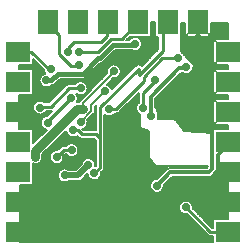
<source format=gbl>
G04 DipTrace 2.4.0.2*
%INUSBBiPower.gbl*%
%MOIN*%
%ADD13C,0.006*%
%ADD14C,0.012*%
%ADD15C,0.02*%
%ADD16C,0.03*%
%ADD17C,0.008*%
%ADD18C,0.01*%
%ADD21C,0.015*%
%ADD22R,0.08X0.0669*%
%ADD23R,0.0669X0.08*%
%ADD39C,0.028*%
%ADD53C,0.028*%
%FSLAX44Y44*%
G04*
G70*
G90*
G75*
G01*
%LNBottom*%
%LPD*%
X6028Y7950D2*
D13*
Y7968D1*
X6386Y8326D1*
Y8522D1*
X6841Y8977D1*
X6849D1*
X4515Y6799D2*
D16*
Y6983D1*
X5921Y8390D1*
X6108D1*
D17*
Y8591D1*
X7072Y9555D1*
X7050D1*
X7136Y9641D1*
X5029Y9716D2*
D18*
Y9646D1*
X4381Y10293D1*
X3937D1*
X5726Y7020D2*
X5466D1*
X5227Y6782D1*
X4928Y7936D2*
Y7979D1*
X5706Y8757D1*
X8104Y8421D2*
Y8921D1*
X8514Y9331D1*
Y9345D1*
X6426Y7958D2*
X6406D1*
Y8013D1*
X8367Y8147D2*
D14*
Y8799D1*
X9316Y9747D1*
X9591D1*
Y9788D1*
X9557D1*
X3937Y4293D2*
X4270D1*
Y5398D1*
X5329Y6458D1*
X4572D1*
X5028D1*
X5317D1*
X5633D1*
X6243Y7068D1*
X6424Y7248D1*
Y7285D1*
X3937Y5293D2*
X4299D1*
Y5440D1*
X5317Y6458D1*
X4552Y5956D2*
Y6458D1*
X4572D1*
X5122Y6174D2*
X4572D1*
Y6458D1*
X5028Y6417D2*
Y6458D1*
X4419Y4140D2*
X4355D1*
Y4210D1*
X4272Y4293D1*
X4964Y8890D2*
X5430Y9357D1*
X6502D1*
X3937Y8293D2*
X3942D1*
X4476Y8827D1*
X4900D1*
X4964Y8890D1*
X7945Y6113D2*
Y5952D1*
X8514Y5383D1*
X8908D1*
X10026D1*
X10937Y6293D1*
Y7293D2*
Y7190D1*
X10611Y6864D1*
Y6619D1*
X10937Y6293D1*
X10026Y5383D2*
X10848D1*
X10937Y5293D1*
X9648Y5731D2*
D18*
X9256D1*
X8908Y5383D1*
X6421Y7186D2*
D14*
X6348D1*
X6243Y7291D1*
D18*
X6171D1*
X6066Y7186D1*
X6243Y7291D2*
Y7068D1*
X5772Y7678D2*
X5937D1*
X6069Y7546D1*
X6545D1*
X6677Y7414D1*
Y6438D1*
X6485Y6247D1*
X6677Y7414D2*
Y8448D1*
X7962Y9733D1*
Y9527D1*
X8765Y10330D1*
Y11121D1*
X8937Y11293D1*
X5973Y10280D2*
X6595D1*
X7049Y10734D1*
X7399D1*
X7709Y11044D1*
Y10964D1*
X7813D1*
Y11170D1*
X7937Y11293D1*
X5624Y10301D2*
Y10415D1*
X5824Y10614D1*
X6698D1*
X6900Y10815D1*
Y11256D1*
X6937Y11293D1*
X6969Y8381D2*
X7203D1*
X8137Y9315D1*
Y9466D1*
X8748Y10078D1*
X9267D1*
X5979Y9848D2*
Y9828D1*
X5702D1*
X5315Y10215D1*
Y10859D1*
X4984Y11190D1*
Y11293D1*
X4937D1*
X5493Y6175D2*
D15*
X5939D1*
X6286Y6523D1*
X6032Y9083D2*
D18*
X5646D1*
X5034Y8471D1*
X4643D1*
X4676Y8438D1*
X4889Y9341D2*
D21*
X5047D1*
X5278Y9571D1*
X6096D1*
X6618Y10093D1*
X6680D1*
X7102Y10515D1*
X7794D1*
X7842Y10563D1*
X10333Y9414D2*
D14*
Y7713D1*
X10413Y7633D1*
Y6398D1*
X10294Y6279D1*
X9018D1*
X8571Y5832D1*
X10944Y4293D2*
D18*
X10349D1*
X9535Y5107D1*
D53*
X5973Y10280D3*
X5624Y10301D3*
X5979Y9848D3*
X4889Y9341D3*
X7193Y6885D3*
X7845Y6904D3*
X7275Y6172D3*
X8247Y6490D3*
X7945Y6113D3*
X7298Y5096D3*
X4851Y5132D3*
X4462Y5254D3*
X8571Y5832D3*
X9033Y4464D3*
X8467Y6264D3*
X7136Y9641D3*
X4964Y8890D3*
X9648Y5731D3*
X6032Y9083D3*
X4419Y4140D3*
X7873Y7577D3*
X7760Y8505D3*
X7486Y6870D3*
X8189Y6947D3*
X7566Y6572D3*
X7878Y6488D3*
X6502Y9357D3*
X4552Y5956D3*
X5122Y6174D3*
X5028Y6417D3*
X5543Y4640D3*
X7118Y4628D3*
X5706Y8757D3*
X4676Y8438D3*
X4928Y7936D3*
X7842Y10563D3*
X5029Y9716D3*
X7589Y8336D3*
X7876Y7301D3*
X6301Y5193D3*
X6704Y9684D3*
X7481Y9651D3*
X9935Y10754D3*
X10464Y9832D3*
X10333Y9414D3*
X10405Y10819D3*
X9569Y10447D3*
X9535Y5107D3*
X8104Y8421D3*
X8367Y8147D3*
X6286Y6523D3*
X8514Y9345D3*
X9557Y9788D3*
X6969Y8381D3*
X9267Y10078D3*
X5493Y6175D3*
X6485Y6247D3*
X5227Y6782D3*
X5726Y7020D3*
X5772Y7678D3*
X4515Y6799D3*
X6108Y8390D3*
X6028Y7950D3*
X6849Y8977D3*
X6426Y7958D3*
X8370Y11216D2*
D13*
X8504D1*
X8370Y11157D2*
X8504D1*
X8370Y11099D2*
X8504D1*
X8370Y11040D2*
X8504D1*
X8370Y10982D2*
X8504D1*
X8370Y10923D2*
X8504D1*
X8370Y10865D2*
X8504D1*
X8370Y10806D2*
X8504D1*
X7620Y10748D2*
X7696D1*
X7989D2*
X8616D1*
X7561Y10689D2*
X7642D1*
X8043D2*
X8616D1*
X8070Y10631D2*
X8616D1*
X8080Y10572D2*
X8616D1*
X8075Y10514D2*
X8616D1*
X8054Y10455D2*
X8616D1*
X8010Y10397D2*
X8616D1*
X7168Y10338D2*
X7777D1*
X7907D2*
X8566D1*
X7109Y10280D2*
X8507D1*
X7050Y10221D2*
X8449D1*
X6992Y10162D2*
X8390D1*
X6933Y10104D2*
X8332D1*
X6875Y10045D2*
X8273D1*
X4435Y9987D2*
X4481D1*
X6816D2*
X8214D1*
X4435Y9928D2*
X4540D1*
X6714D2*
X8156D1*
X4435Y9870D2*
X4598D1*
X6637D2*
X7090D1*
X7182D2*
X7916D1*
X8007D2*
X8097D1*
X3978Y9811D2*
X4657D1*
X6579D2*
X6973D1*
X7300D2*
X7833D1*
X3978Y9753D2*
X4715D1*
X6520D2*
X6927D1*
X7345D2*
X7774D1*
X4435Y9694D2*
X4773D1*
X6461D2*
X6904D1*
X7368D2*
X7716D1*
X4435Y9636D2*
X4805D1*
X6403D2*
X6898D1*
X7374D2*
X7657D1*
X4435Y9577D2*
X4837D1*
X6344D2*
X6901D1*
X7365D2*
X7599D1*
X4435Y9519D2*
X4734D1*
X6286D2*
X6843D1*
X7339D2*
X7540D1*
X4435Y9460D2*
X4685D1*
X6227D2*
X6784D1*
X7287D2*
X7481D1*
X4435Y9402D2*
X4659D1*
X5351D2*
X6726D1*
X7112D2*
X7423D1*
X4435Y9343D2*
X4651D1*
X5292D2*
X6667D1*
X7053D2*
X7364D1*
X4435Y9285D2*
X4658D1*
X5233D2*
X5910D1*
X6154D2*
X6609D1*
X6995D2*
X7306D1*
X4435Y9226D2*
X4682D1*
X5175D2*
X5843D1*
X6222D2*
X6550D1*
X6936D2*
X7247D1*
X4435Y9167D2*
X4729D1*
X5050D2*
X5522D1*
X6254D2*
X6491D1*
X6988D2*
X7188D1*
X4435Y9109D2*
X4868D1*
X4911D2*
X5464D1*
X6269D2*
X6433D1*
X7046D2*
X7131D1*
X4435Y9050D2*
X5405D1*
X6268D2*
X6374D1*
X4435Y8992D2*
X5347D1*
X6251D2*
X6316D1*
X4435Y8933D2*
X5289D1*
X6215D2*
X6257D1*
X4435Y8875D2*
X5231D1*
X6140D2*
X6198D1*
X7904D2*
X7956D1*
X3983Y8816D2*
X5172D1*
X5936D2*
X6140D1*
X7846D2*
X7956D1*
X3984Y8758D2*
X5113D1*
X5944D2*
X6081D1*
X7787D2*
X7956D1*
X3984Y8699D2*
X5055D1*
X5936D2*
X6023D1*
X7729D2*
X7956D1*
X3984Y8641D2*
X4557D1*
X4795D2*
X4996D1*
X5913D2*
X5980D1*
X7670D2*
X7956D1*
X3985Y8582D2*
X4488D1*
X7611D2*
X7932D1*
X3985Y8524D2*
X4455D1*
X7553D2*
X7890D1*
X3985Y8465D2*
X4440D1*
X7494D2*
X7870D1*
X3986Y8407D2*
X4441D1*
X7436D2*
X7866D1*
X3986Y8348D2*
X4456D1*
X7377D2*
X7878D1*
X3986Y8290D2*
X4491D1*
X4861D2*
X5031D1*
X7318D2*
X7907D1*
X3987Y8231D2*
X4565D1*
X4788D2*
X4973D1*
X6470D2*
X6528D1*
X7152D2*
X7965D1*
X3987Y8173D2*
X4915D1*
X6411D2*
X6528D1*
X6825D2*
X6861D1*
X7077D2*
X7994D1*
X3987Y8114D2*
X4773D1*
X6353D2*
X6528D1*
X6825D2*
X7994D1*
X3987Y8055D2*
X4723D1*
X6294D2*
X6528D1*
X6825D2*
X7994D1*
X3988Y7997D2*
X4698D1*
X6261D2*
X6528D1*
X6825D2*
X7994D1*
X3988Y7938D2*
X4689D1*
X6265D2*
X6528D1*
X6825D2*
X7994D1*
X3988Y7880D2*
X4697D1*
X6255D2*
X6528D1*
X6825D2*
X7994D1*
X3989Y7821D2*
X4720D1*
X6227D2*
X6528D1*
X6825D2*
X7994D1*
X3989Y7763D2*
X4767D1*
X6172D2*
X6528D1*
X6825D2*
X7994D1*
X4435Y7704D2*
X4887D1*
X6118D2*
X6528D1*
X6825D2*
X8178D1*
X4435Y7646D2*
X4829D1*
X6825D2*
X8288D1*
X4435Y7587D2*
X4771D1*
X5467D2*
X5552D1*
X6825D2*
X8288D1*
X4435Y7529D2*
X4712D1*
X5409D2*
X5588D1*
X6825D2*
X8289D1*
X4435Y7470D2*
X4654D1*
X5350D2*
X5662D1*
X5882D2*
X5937D1*
X6825D2*
X8289D1*
X4435Y7412D2*
X4595D1*
X5292D2*
X6015D1*
X6825D2*
X8289D1*
X4435Y7353D2*
X4536D1*
X5233D2*
X6528D1*
X6825D2*
X8289D1*
X4435Y7295D2*
X4478D1*
X5174D2*
X6528D1*
X6825D2*
X8290D1*
X5116Y7236D2*
X5634D1*
X5818D2*
X6528D1*
X6825D2*
X8290D1*
X5057Y7178D2*
X5549D1*
X5903D2*
X6528D1*
X6825D2*
X8290D1*
X4999Y7119D2*
X5358D1*
X5942D2*
X6528D1*
X6825D2*
X8290D1*
X4941Y7060D2*
X5299D1*
X5961D2*
X6528D1*
X6825D2*
X8291D1*
X4882Y7002D2*
X5147D1*
X5963D2*
X6528D1*
X6825D2*
X8291D1*
X4824Y6943D2*
X5055D1*
X5950D2*
X6528D1*
X6825D2*
X8291D1*
X4765Y6885D2*
X5013D1*
X5920D2*
X6528D1*
X6825D2*
X8291D1*
X4763Y6826D2*
X4993D1*
X5479D2*
X5592D1*
X5860D2*
X6528D1*
X6825D2*
X8291D1*
X4761Y6768D2*
X4989D1*
X5465D2*
X6528D1*
X6825D2*
X8292D1*
X4746Y6709D2*
X5001D1*
X5454D2*
X6142D1*
X6430D2*
X6528D1*
X6825D2*
X8329D1*
X4712Y6651D2*
X5030D1*
X5425D2*
X6087D1*
X6486D2*
X6528D1*
X6825D2*
X8379D1*
X4647Y6592D2*
X5087D1*
X5368D2*
X6059D1*
X6825D2*
X8428D1*
X4435Y6534D2*
X6020D1*
X6825D2*
X8478D1*
X4435Y6475D2*
X5961D1*
X6825D2*
X8527D1*
X9866D2*
X10255D1*
X10571D2*
X10943D1*
X4435Y6417D2*
X5903D1*
X6823D2*
X8948D1*
X10571D2*
X10943D1*
X4435Y6358D2*
X5345D1*
X6800D2*
X8876D1*
X10566D2*
X10943D1*
X4435Y6300D2*
X5291D1*
X6745D2*
X8817D1*
X10536D2*
X10943D1*
X4435Y6241D2*
X5265D1*
X6724D2*
X8759D1*
X10478D2*
X10943D1*
X4435Y6183D2*
X5256D1*
X6224D2*
X6256D1*
X6714D2*
X8700D1*
X10420D2*
X10943D1*
X4435Y6124D2*
X5261D1*
X6165D2*
X6282D1*
X6688D2*
X8642D1*
X9084D2*
X10943D1*
X4435Y6066D2*
X5283D1*
X6107D2*
X6334D1*
X6636D2*
X8584D1*
X9026D2*
X10943D1*
X4435Y6007D2*
X5327D1*
X6038D2*
X8412D1*
X8968D2*
X10943D1*
X4435Y5948D2*
X5436D1*
X5550D2*
X8365D1*
X8909D2*
X10943D1*
X4435Y5890D2*
X8340D1*
X8851D2*
X10943D1*
X3998Y5831D2*
X8333D1*
X8810D2*
X10943D1*
X3999Y5773D2*
X8340D1*
X8802D2*
X10943D1*
X3999Y5714D2*
X8366D1*
X8778D2*
X10943D1*
X3999Y5656D2*
X8414D1*
X8728D2*
X10943D1*
X3999Y5597D2*
X10943D1*
X4000Y5539D2*
X10943D1*
X4000Y5480D2*
X10943D1*
X4000Y5422D2*
X10943D1*
X4001Y5363D2*
X10943D1*
X4001Y5305D2*
X9407D1*
X9663D2*
X10943D1*
X4001Y5246D2*
X9343D1*
X9728D2*
X10943D1*
X4002Y5188D2*
X9311D1*
X9759D2*
X10943D1*
X4002Y5129D2*
X9298D1*
X9773D2*
X10943D1*
X4002Y5071D2*
X9300D1*
X9779D2*
X10943D1*
X4003Y5012D2*
X9317D1*
X9837D2*
X10943D1*
X4003Y4954D2*
X9355D1*
X9896D2*
X10943D1*
X4003Y4895D2*
X9435D1*
X9955D2*
X10943D1*
X4003Y4836D2*
X9599D1*
X10013D2*
X10943D1*
X4004Y4778D2*
X9658D1*
X10072D2*
X10943D1*
X4004Y4719D2*
X9716D1*
X10130D2*
X10446D1*
X4004Y4661D2*
X9775D1*
X10189D2*
X10446D1*
X4005Y4602D2*
X9834D1*
X10248D2*
X10446D1*
X4005Y4544D2*
X9892D1*
X10306D2*
X10446D1*
X4005Y4485D2*
X9950D1*
X10365D2*
X10446D1*
X4006Y4427D2*
X10008D1*
X4006Y4368D2*
X10067D1*
X4006Y4310D2*
X10126D1*
X4007Y4251D2*
X10184D1*
X4007Y4193D2*
X10243D1*
X4007Y4134D2*
X10446D1*
X4007Y4076D2*
X10446D1*
X4007Y4017D2*
X10446D1*
X4007Y3959D2*
X10446D1*
X3973Y9720D2*
X4429D1*
Y8866D1*
X3978D1*
X3983Y7720D1*
X4429D1*
Y7241D1*
X4894Y7705D1*
X4846Y7718D1*
X4819Y7731D1*
X4793Y7746D1*
X4770Y7765D1*
X4749Y7787D1*
X4732Y7811D1*
X4717Y7837D1*
X4706Y7865D1*
X4699Y7894D1*
X4696Y7924D1*
Y7954D1*
X4700Y7983D1*
X4708Y8012D1*
X4720Y8040D1*
X4735Y8066D1*
X4754Y8089D1*
X4775Y8110D1*
X4798Y8129D1*
X4824Y8144D1*
X4852Y8155D1*
X4881Y8163D1*
X4915Y8167D1*
X5087Y8339D1*
X5062Y8332D1*
X5004Y8329D1*
X4881D1*
X4862Y8298D1*
X4842Y8276D1*
X4820Y8256D1*
X4796Y8239D1*
X4769Y8225D1*
X4741Y8215D1*
X4712Y8208D1*
X4682Y8206D1*
X4652Y8207D1*
X4623Y8212D1*
X4594Y8220D1*
X4567Y8233D1*
X4541Y8249D1*
X4518Y8267D1*
X4498Y8289D1*
X4480Y8313D1*
X4466Y8339D1*
X4455Y8367D1*
X4448Y8396D1*
X4444Y8426D1*
X4445Y8456D1*
X4449Y8486D1*
X4457Y8514D1*
X4468Y8542D1*
X4484Y8568D1*
X4502Y8591D1*
X4523Y8612D1*
X4547Y8631D1*
X4573Y8646D1*
X4600Y8657D1*
X4629Y8665D1*
X4659Y8669D1*
X4688Y8670D1*
X4718Y8666D1*
X4747Y8659D1*
X4775Y8648D1*
X4801Y8634D1*
X4827Y8614D1*
X4975D1*
X5545Y9184D1*
X5568Y9203D1*
X5595Y9216D1*
X5618Y9223D1*
X5676Y9226D1*
X5848D1*
X5879Y9258D1*
X5903Y9276D1*
X5928Y9291D1*
X5956Y9303D1*
X5985Y9311D1*
X6014Y9315D1*
X6044D1*
X6074Y9312D1*
X6103Y9304D1*
X6131Y9294D1*
X6157Y9279D1*
X6181Y9261D1*
X6203Y9241D1*
X6222Y9218D1*
X6237Y9192D1*
X6250Y9165D1*
X6258Y9136D1*
X6263Y9107D1*
X6264Y9083D1*
X6262Y9053D1*
X6257Y9024D1*
X6247Y8996D1*
X6234Y8969D1*
X6218Y8944D1*
X6198Y8921D1*
X6176Y8901D1*
X6152Y8884D1*
X6125Y8870D1*
X6097Y8860D1*
X6068Y8854D1*
X6038Y8851D1*
X6008Y8852D1*
X5979Y8857D1*
X5950Y8866D1*
X5923Y8878D1*
X5885Y8904D1*
X5911Y8865D1*
X5923Y8838D1*
X5932Y8810D1*
X5937Y8780D1*
X5938Y8757D1*
X5936Y8727D1*
X5930Y8697D1*
X5921Y8669D1*
X5900Y8630D1*
X5921Y8632D1*
X5982D1*
X5997Y8664D1*
X6035Y8705D1*
X6911Y9581D1*
X6904Y9629D1*
Y9659D1*
X6909Y9689D1*
X6917Y9718D1*
X6928Y9745D1*
X6943Y9771D1*
X6962Y9795D1*
X6983Y9816D1*
X7006Y9834D1*
X7032Y9849D1*
X7060Y9861D1*
X7089Y9869D1*
X7118Y9873D1*
X7148D1*
X7178Y9870D1*
X7207Y9862D1*
X7235Y9851D1*
X7261Y9837D1*
X7285Y9819D1*
X7307Y9799D1*
X7325Y9775D1*
X7341Y9750D1*
X7353Y9723D1*
X7362Y9694D1*
X7367Y9665D1*
X7368Y9641D1*
X7366Y9611D1*
X7361Y9582D1*
X7351Y9554D1*
X7338Y9527D1*
X7322Y9502D1*
X7302Y9479D1*
X7280Y9459D1*
X7255Y9442D1*
X7229Y9428D1*
X7201Y9418D1*
X7172Y9411D1*
X7142Y9409D1*
X7113Y9410D1*
X6975Y9271D1*
X6907Y9203D1*
X6948Y9188D1*
X6974Y9173D1*
X6998Y9155D1*
X7020Y9135D1*
X7039Y9112D1*
X7055Y9086D1*
X7071Y9044D1*
X7803Y9776D1*
X7861Y9834D1*
X7884Y9853D1*
X7911Y9866D1*
X7940Y9874D1*
X7970Y9875D1*
X7999Y9871D1*
X8027Y9860D1*
X8059Y9838D1*
X8073Y9839D1*
X8622Y10390D1*
Y10800D1*
X8510Y10801D1*
Y11275D1*
X8364Y11274D1*
Y10801D1*
X7667D1*
X7549Y10682D1*
X7643D1*
X7668Y10716D1*
X7689Y10737D1*
X7713Y10755D1*
X7739Y10770D1*
X7766Y10782D1*
X7795Y10790D1*
X7825Y10794D1*
X7854Y10795D1*
X7884Y10791D1*
X7913Y10784D1*
X7941Y10773D1*
X7967Y10758D1*
X7991Y10741D1*
X8013Y10720D1*
X8032Y10697D1*
X8047Y10671D1*
X8060Y10644D1*
X8068Y10616D1*
X8073Y10586D1*
X8074Y10563D1*
X8073Y10533D1*
X8067Y10503D1*
X8057Y10475D1*
X8044Y10448D1*
X8028Y10423D1*
X8009Y10400D1*
X7986Y10380D1*
X7962Y10363D1*
X7935Y10350D1*
X7907Y10339D1*
X7878Y10333D1*
X7848Y10330D1*
X7818Y10331D1*
X7789Y10336D1*
X7756Y10347D1*
X7171D1*
X6798Y9975D1*
X6775Y9956D1*
X6749Y9941D1*
X6721Y9931D1*
X6694Y9926D1*
X6673Y9911D1*
X6214Y9453D1*
X6191Y9434D1*
X6165Y9419D1*
X6137Y9409D1*
X6113Y9405D1*
X5946Y9404D1*
X5347D1*
X5166Y9222D1*
X5143Y9203D1*
X5117Y9188D1*
X5089Y9178D1*
X5062Y9174D1*
X5009Y9141D1*
X4982Y9128D1*
X4954Y9118D1*
X4925Y9111D1*
X4895Y9108D1*
X4865Y9110D1*
X4836Y9115D1*
X4807Y9123D1*
X4780Y9136D1*
X4755Y9151D1*
X4732Y9170D1*
X4711Y9192D1*
X4693Y9216D1*
X4679Y9242D1*
X4668Y9270D1*
X4661Y9299D1*
X4657Y9329D1*
X4658Y9359D1*
X4662Y9388D1*
X4670Y9417D1*
X4682Y9445D1*
X4697Y9471D1*
X4715Y9494D1*
X4736Y9515D1*
X4760Y9534D1*
X4786Y9549D1*
X4813Y9560D1*
X4849Y9569D1*
X4833Y9591D1*
X4819Y9617D1*
X4808Y9645D1*
X4801Y9673D1*
X4429Y10044D1*
Y9866D1*
X3972D1*
X3973Y9720D1*
X4429Y6572D2*
Y5866D1*
X3993D1*
X3998Y4649D1*
X4002Y3951D1*
X10452Y3957D1*
X10451Y4136D1*
Y4152D1*
X10349Y4151D1*
X10320Y4154D1*
X10291Y4163D1*
X10270Y4175D1*
X10227Y4214D1*
X9564Y4877D1*
X9541Y4875D1*
X9511Y4876D1*
X9482Y4881D1*
X9453Y4890D1*
X9426Y4902D1*
X9400Y4918D1*
X9377Y4937D1*
X9357Y4959D1*
X9339Y4983D1*
X9325Y5009D1*
X9314Y5037D1*
X9307Y5066D1*
X9303Y5096D1*
X9304Y5126D1*
X9308Y5155D1*
X9316Y5184D1*
X9327Y5211D1*
X9343Y5237D1*
X9361Y5261D1*
X9382Y5282D1*
X9406Y5300D1*
X9432Y5315D1*
X9459Y5327D1*
X9488Y5335D1*
X9518Y5339D1*
X9547D1*
X9577Y5336D1*
X9606Y5329D1*
X9634Y5318D1*
X9660Y5303D1*
X9684Y5286D1*
X9706Y5265D1*
X9725Y5242D1*
X9740Y5216D1*
X9753Y5189D1*
X9761Y5160D1*
X9766Y5131D1*
Y5078D1*
X10409Y4436D1*
X10451D1*
Y4720D1*
X10950D1*
X10949Y6477D1*
X10565Y6476D1*
Y6398D1*
X10563Y6368D1*
X10554Y6339D1*
X10540Y6313D1*
X10521Y6290D1*
X10402Y6171D1*
X10379Y6152D1*
X10353Y6138D1*
X10324Y6129D1*
X10294Y6126D1*
X9082D1*
X8802Y5848D1*
Y5802D1*
X8796Y5773D1*
X8787Y5745D1*
X8774Y5718D1*
X8757Y5693D1*
X8738Y5670D1*
X8715Y5650D1*
X8691Y5633D1*
X8664Y5619D1*
X8636Y5609D1*
X8607Y5603D1*
X8577Y5600D1*
X8547Y5601D1*
X8518Y5606D1*
X8489Y5615D1*
X8462Y5627D1*
X8437Y5643D1*
X8413Y5662D1*
X8393Y5683D1*
X8375Y5708D1*
X8361Y5734D1*
X8350Y5762D1*
X8343Y5791D1*
X8339Y5820D1*
X8340Y5850D1*
X8344Y5880D1*
X8352Y5909D1*
X8364Y5936D1*
X8379Y5962D1*
X8397Y5986D1*
X8418Y6007D1*
X8442Y6025D1*
X8468Y6040D1*
X8495Y6052D1*
X8524Y6060D1*
X8554Y6064D1*
X8588D1*
X8718Y6194D1*
X8910Y6386D1*
X8933Y6405D1*
X8960Y6420D1*
X8988Y6428D1*
X9018Y6431D1*
X10231D1*
X10261Y6461D1*
X10231Y6476D1*
X8549Y6473D1*
X8530Y6480D1*
X8304Y6747D1*
X8297Y6765D1*
X8294Y7671D1*
X8020Y7752D1*
X8000Y7774D1*
X7999Y7781D1*
Y8214D1*
X7969Y8231D1*
X7946Y8250D1*
X7926Y8272D1*
X7908Y8296D1*
X7894Y8322D1*
X7883Y8350D1*
X7876Y8379D1*
X7872Y8409D1*
X7873Y8439D1*
X7877Y8468D1*
X7885Y8497D1*
X7896Y8525D1*
X7912Y8551D1*
X7930Y8574D1*
X7962Y8604D1*
Y8939D1*
X7304Y8281D1*
X7281Y8262D1*
X7254Y8248D1*
X7231Y8242D1*
X7173Y8239D1*
X7152D1*
X7136Y8219D1*
X7113Y8199D1*
X7089Y8182D1*
X7062Y8168D1*
X7034Y8158D1*
X7005Y8152D1*
X6975Y8149D1*
X6945Y8150D1*
X6916Y8155D1*
X6887Y8164D1*
X6860Y8176D1*
X6834Y8192D1*
X6819Y8204D1*
Y6438D1*
X6816Y6409D1*
X6807Y6380D1*
X6795Y6360D1*
X6756Y6317D1*
X6716Y6276D1*
X6717Y6247D1*
X6716Y6217D1*
X6710Y6188D1*
X6700Y6159D1*
X6687Y6132D1*
X6671Y6107D1*
X6651Y6085D1*
X6629Y6065D1*
X6605Y6048D1*
X6578Y6034D1*
X6550Y6024D1*
X6521Y6017D1*
X6491Y6015D1*
X6461Y6016D1*
X6432Y6021D1*
X6403Y6030D1*
X6376Y6042D1*
X6350Y6058D1*
X6327Y6076D1*
X6307Y6098D1*
X6289Y6122D1*
X6275Y6149D1*
X6264Y6176D1*
X6255Y6219D1*
X6075Y6039D1*
X6052Y6020D1*
X6027Y6004D1*
X5999Y5992D1*
X5970Y5985D1*
X5909Y5983D1*
X5624D1*
X5586Y5962D1*
X5558Y5952D1*
X5529Y5945D1*
X5499Y5943D1*
X5469Y5944D1*
X5440Y5949D1*
X5411Y5958D1*
X5384Y5970D1*
X5359Y5986D1*
X5336Y6005D1*
X5315Y6026D1*
X5297Y6051D1*
X5283Y6077D1*
X5272Y6105D1*
X5265Y6134D1*
X5261Y6163D1*
X5262Y6193D1*
X5266Y6223D1*
X5274Y6252D1*
X5286Y6279D1*
X5301Y6305D1*
X5319Y6329D1*
X5340Y6350D1*
X5364Y6368D1*
X5390Y6383D1*
X5417Y6395D1*
X5446Y6403D1*
X5476Y6407D1*
X5506D1*
X5535Y6404D1*
X5564Y6396D1*
X5592Y6385D1*
X5624Y6367D1*
X5859D1*
X6059Y6567D1*
X6067Y6599D1*
X6079Y6627D1*
X6094Y6653D1*
X6112Y6676D1*
X6133Y6697D1*
X6157Y6716D1*
X6183Y6731D1*
X6210Y6742D1*
X6239Y6750D1*
X6269Y6754D1*
X6299Y6755D1*
X6328Y6751D1*
X6357Y6744D1*
X6385Y6733D1*
X6411Y6719D1*
X6435Y6701D1*
X6457Y6680D1*
X6476Y6657D1*
X6492Y6632D1*
X6504Y6604D1*
X6513Y6576D1*
X6517Y6546D1*
X6519Y6523D1*
X6514Y6477D1*
X6534Y6498D1*
Y7355D1*
X6485Y7403D1*
X6069D1*
X6040Y7406D1*
X6011Y7416D1*
X5990Y7427D1*
X5948Y7466D1*
X5916Y7495D1*
X5892Y7478D1*
X5865Y7465D1*
X5837Y7455D1*
X5808Y7448D1*
X5778Y7445D1*
X5748Y7447D1*
X5719Y7452D1*
X5690Y7460D1*
X5663Y7473D1*
X5637Y7488D1*
X5614Y7507D1*
X5593Y7529D1*
X5576Y7553D1*
X5561Y7579D1*
X5551Y7607D1*
X5543Y7636D1*
X5540Y7665D1*
X5141Y7266D1*
X4756Y6882D1*
X4757Y6799D1*
X4755Y6769D1*
X4750Y6740D1*
X4741Y6711D1*
X4728Y6684D1*
X4713Y6659D1*
X4694Y6635D1*
X4672Y6614D1*
X4648Y6597D1*
X4622Y6582D1*
X4595Y6570D1*
X4566Y6562D1*
X4536Y6557D1*
X4507D1*
X4477Y6559D1*
X4429Y6573D1*
X5458Y6752D2*
X5452Y6723D1*
X5442Y6694D1*
X5429Y6667D1*
X5413Y6642D1*
X5393Y6620D1*
X5371Y6599D1*
X5347Y6582D1*
X5320Y6569D1*
X5292Y6559D1*
X5263Y6552D1*
X5233Y6549D1*
X5203Y6551D1*
X5174Y6556D1*
X5145Y6564D1*
X5118Y6577D1*
X5092Y6592D1*
X5069Y6611D1*
X5049Y6633D1*
X5031Y6657D1*
X5017Y6683D1*
X5006Y6711D1*
X4999Y6740D1*
X4995Y6770D1*
X4996Y6800D1*
X5000Y6829D1*
X5008Y6858D1*
X5019Y6886D1*
X5035Y6912D1*
X5053Y6935D1*
X5074Y6956D1*
X5098Y6975D1*
X5124Y6990D1*
X5151Y7001D1*
X5180Y7009D1*
X5210Y7013D1*
X5255Y7012D1*
X5365Y7121D1*
X5388Y7140D1*
X5415Y7153D1*
X5438Y7160D1*
X5496Y7163D1*
X5542D1*
X5573Y7195D1*
X5596Y7213D1*
X5622Y7228D1*
X5650Y7240D1*
X5678Y7248D1*
X5708Y7252D1*
X5738D1*
X5768Y7249D1*
X5797Y7242D1*
X5824Y7231D1*
X5851Y7216D1*
X5875Y7199D1*
X5896Y7178D1*
X5915Y7155D1*
X5931Y7129D1*
X5943Y7102D1*
X5952Y7073D1*
X5957Y7044D1*
X5958Y7020D1*
X5956Y6991D1*
X5950Y6961D1*
X5941Y6933D1*
X5928Y6906D1*
X5911Y6881D1*
X5892Y6858D1*
X5870Y6838D1*
X5845Y6821D1*
X5819Y6807D1*
X5791Y6797D1*
X5761Y6791D1*
X5732Y6788D1*
X5702Y6789D1*
X5672Y6794D1*
X5644Y6803D1*
X5616Y6815D1*
X5591Y6831D1*
X5568Y6850D1*
X5542Y6878D1*
X5524Y6877D1*
X5457Y6811D1*
X5459Y6782D1*
X5458Y6752D1*
X6258Y7920D2*
X6253Y7890D1*
X6243Y7862D1*
X6230Y7835D1*
X6214Y7810D1*
X6194Y7787D1*
X6172Y7767D1*
X6147Y7750D1*
X6121Y7737D1*
X6090Y7726D1*
X6129Y7688D1*
X6534D1*
Y8448D1*
X6537Y8478D1*
X6547Y8510D1*
X6508Y8471D1*
X6509Y8326D1*
X6505Y8297D1*
X6494Y8269D1*
X6473Y8240D1*
X6250Y8017D1*
X6259Y7973D1*
X6260Y7950D1*
X6258Y7920D1*
X9370Y11203D2*
X9504D1*
X10370D2*
X10943D1*
X9370Y11144D2*
X9504D1*
X10370D2*
X10943D1*
X9370Y11086D2*
X9504D1*
X10370D2*
X10943D1*
X9370Y11027D2*
X9504D1*
X10370D2*
X10942D1*
X9370Y10968D2*
X9504D1*
X10370D2*
X10942D1*
X9370Y10910D2*
X9504D1*
X10370D2*
X10942D1*
X9370Y10851D2*
X9504D1*
X10370D2*
X10942D1*
X9367Y10792D2*
X10942D1*
X9367Y10733D2*
X10942D1*
X9367Y10675D2*
X10439D1*
X9367Y10616D2*
X10439D1*
X9367Y10557D2*
X10439D1*
X9367Y10499D2*
X10439D1*
X9367Y10440D2*
X10439D1*
X9367Y10381D2*
X10439D1*
X9366Y10323D2*
X10439D1*
X9420Y10264D2*
X10439D1*
X9474Y10205D2*
X10439D1*
X9528Y10147D2*
X10439D1*
X9582Y10088D2*
X10439D1*
X9636Y10029D2*
X10439D1*
X9706Y9971D2*
X10439D1*
X9760Y9912D2*
X10439D1*
X9798Y9853D2*
X10940D1*
X9826Y9794D2*
X10940D1*
X9790Y9736D2*
X10940D1*
X9767Y9677D2*
X10439D1*
X9722Y9618D2*
X10439D1*
X9349Y9560D2*
X9508D1*
X9606D2*
X10439D1*
X9290Y9501D2*
X10439D1*
X9232Y9442D2*
X10439D1*
X9173Y9384D2*
X10439D1*
X9115Y9325D2*
X10439D1*
X9056Y9266D2*
X10439D1*
X8997Y9208D2*
X10439D1*
X8939Y9149D2*
X10439D1*
X8879Y9090D2*
X10439D1*
X8821Y9032D2*
X10439D1*
X8762Y8973D2*
X10439D1*
X8703Y8914D2*
X10439D1*
X8645Y8855D2*
X10938D1*
X8586Y8797D2*
X10938D1*
X8528Y8738D2*
X10938D1*
X8525Y8679D2*
X10439D1*
X8525Y8621D2*
X10439D1*
X8525Y8562D2*
X10439D1*
X8525Y8503D2*
X10439D1*
X8548Y8445D2*
X10439D1*
X8575Y8386D2*
X10439D1*
X8590Y8327D2*
X10439D1*
X8605Y8269D2*
X10439D1*
X8620Y8210D2*
X10439D1*
X8624Y8151D2*
X10439D1*
X8626Y8093D2*
X10439D1*
X9186Y8034D2*
X10439D1*
X9233Y7975D2*
X10439D1*
X9280Y7916D2*
X10439D1*
X9327Y7858D2*
X10937D1*
X9374Y7799D2*
X10937D1*
X9419Y7740D2*
X10937D1*
X9466Y7682D2*
X10439D1*
X10056Y7623D2*
X10439D1*
X10451Y8720D2*
X10944D1*
X10943Y8866D1*
X10445D1*
Y9720D1*
X10946D1*
Y9867D1*
X10901Y9866D1*
X10445D1*
Y10720D1*
X10948D1*
X10949Y11260D1*
X10363D1*
X10364Y11126D1*
Y10801D1*
X9510D1*
X9509Y11261D1*
X9364Y11262D1*
Y10801D1*
X9361D1*
Y10322D1*
X9660Y9996D1*
X9685Y9982D1*
X9709Y9964D1*
X9730Y9943D1*
X9749Y9920D1*
X9764Y9894D1*
X9773Y9874D1*
X9815Y9828D1*
X9822Y9799D1*
X9816Y9788D1*
X9786Y9753D1*
X9782Y9729D1*
X9772Y9700D1*
X9759Y9673D1*
X9743Y9648D1*
X9723Y9625D1*
X9701Y9605D1*
X9676Y9588D1*
X9650Y9575D1*
X9621Y9565D1*
X9592Y9558D1*
X9562Y9556D1*
X9532Y9557D1*
X9503Y9562D1*
X9474Y9571D1*
X9447Y9583D1*
X9429Y9595D1*
X9378D1*
X9105Y9322D1*
X8519Y8735D1*
Y8464D1*
X8551Y8436D1*
X8559Y8422D1*
X8614Y8205D1*
X8624Y8052D1*
X9143Y8062D1*
X9169Y8047D1*
X9261Y7933D1*
X9483Y7653D1*
X10444Y7602D1*
X10445Y7720D1*
X10942D1*
Y7866D1*
X10445D1*
Y8720D1*
X10451D1*
X10445D2*
X10937Y8293D1*
X10445Y7866D1*
Y9720D2*
X10937Y9293D1*
X10445Y8866D1*
Y10720D2*
X10937Y10293D1*
X10445Y9866D1*
X9937Y11293D2*
X10364Y10801D1*
X9937Y11293D2*
X9510Y10801D1*
D22*
X3937Y9293D3*
X10937Y8293D3*
Y9293D3*
Y10293D3*
D23*
X9937Y11293D3*
D22*
X3937Y4293D3*
Y5293D3*
Y6293D3*
Y7293D3*
Y10293D3*
X10937Y5293D3*
Y6293D3*
Y7293D3*
X3937Y8293D3*
D39*
X6421Y7186D3*
X6243Y7291D3*
X6066Y7186D3*
X7590Y7679D3*
X7713Y7840D3*
X7590Y8001D3*
X7713Y8164D3*
G36*
X5602Y11693D2*
X6272D1*
Y10893D1*
X5602D1*
Y11693D1*
G37*
G36*
X4602D2*
X5272D1*
Y10893D1*
X4602D1*
Y11693D1*
G37*
D23*
X6937Y11293D3*
X7937D3*
X8937D3*
D22*
X10944Y4293D3*
M02*

</source>
